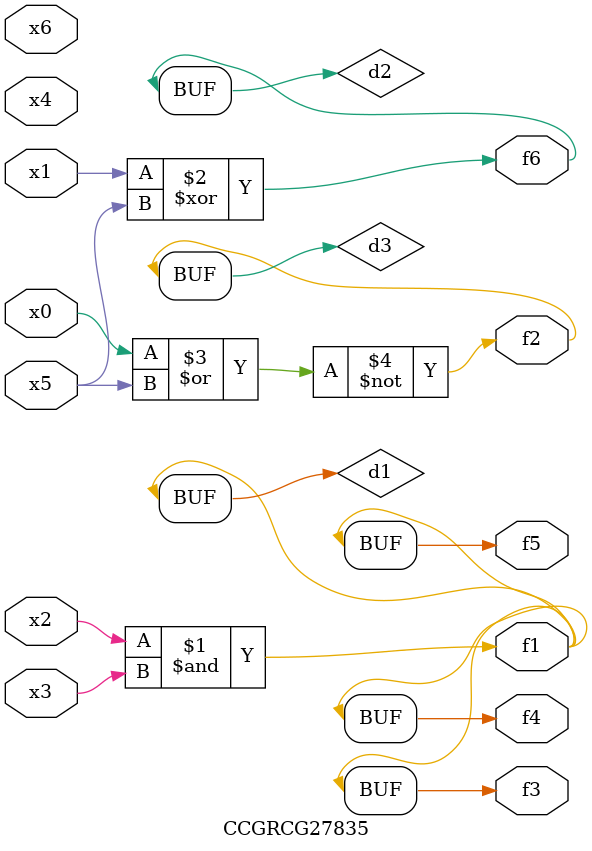
<source format=v>
module CCGRCG27835(
	input x0, x1, x2, x3, x4, x5, x6,
	output f1, f2, f3, f4, f5, f6
);

	wire d1, d2, d3;

	and (d1, x2, x3);
	xor (d2, x1, x5);
	nor (d3, x0, x5);
	assign f1 = d1;
	assign f2 = d3;
	assign f3 = d1;
	assign f4 = d1;
	assign f5 = d1;
	assign f6 = d2;
endmodule

</source>
